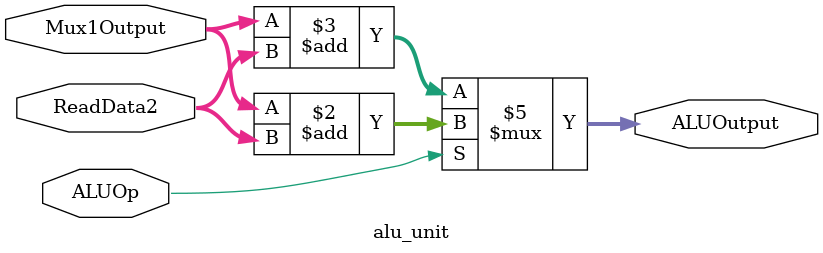
<source format=v>
`timescale 1ns / 1ps


module alu_unit(
    // Inputs are 8 bit fields.
    input [7:0] Mux1Output,
    input [7:0] ReadData2, 
    
    // Input control signal.
    input ALUOp,
    
    // Output is 8 bit field.
    output reg[7:0] ALUOutput
    ); 
    
// ALU only supports add functionality.
// AlUOp is set for all three instructions.
always @(*)
begin
    case(ALUOp)
        1'b1: begin
              ALUOutput = Mux1Output + ReadData2;
              end  
              
        // Even the default case add two inputs.
        default: begin
                 ALUOutput = Mux1Output + ReadData2;
                 end
    endcase
end
endmodule

</source>
